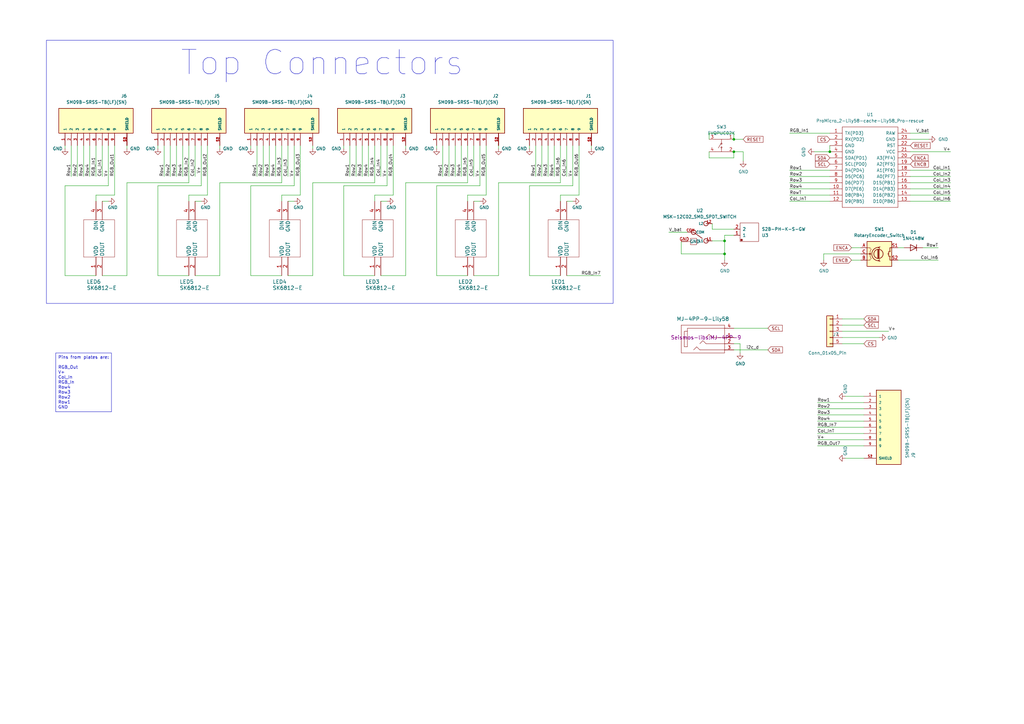
<source format=kicad_sch>
(kicad_sch (version 20230121) (generator eeschema)
  (paper "A3")
  (lib_symbols
    (symbol "Diode:1N4148W" (pin_numbers hide) (pin_names hide)
      (property "Reference" "D" (at 0 2.54 0))
      (property "Value" "1N4148W" (at 0 -2.54 0))
      (symbol "1N4148W_0_1"
        (polyline (pts (xy -1.27 1.27) (xy -1.27 -1.27)) (stroke (width 0.254)))
        (polyline (pts (xy 1.27 0) (xy -1.27 0)))
        (polyline (pts (xy 1.27 1.27) (xy 1.27 -1.27) (xy -1.27 0) (xy 1.27 1.27)) (stroke (width 0.254)))
      )
      (symbol "1N4148W_1_1"
        (pin passive line (at -3.81 0 0) (length 2.54) (name "K") (number "1"))
        (pin passive line (at 3.81 0 180) (length 2.54) (name "A") (number "2"))
      )
    )
    (symbol "Seismos-sym:Conn_01x05" (pin_names (offset 1.016) hide)
      (property "Reference" "J" (at 0 7.62 0))
      (property "Value" "Conn_01x05" (at 0 -7.62 0))
      (symbol "Conn_01x05_1_1"
        (rectangle (start -1.27 -4.953) (end 0 -5.207) (stroke (width 0.1524)))
        (rectangle (start -1.27 -2.413) (end 0 -2.667) (stroke (width 0.1524)))
        (rectangle (start -1.27 0.127) (end 0 -0.127) (stroke (width 0.1524)))
        (rectangle (start -1.27 2.667) (end 0 2.413) (stroke (width 0.1524)))
        (rectangle (start -1.27 5.207) (end 0 4.953) (stroke (width 0.1524)))
        (rectangle (start -1.27 6.35) (end 1.27 -6.35) (stroke (width 0.254)) (fill (type background)))
        (pin passive line (at -5.08 5.08 0) (length 3.81) (name "Pin_1") (number "1"))
        (pin passive line (at -5.08 2.54 0) (length 3.81) (name "Pin_2") (number "2"))
        (pin passive line (at -5.08 0 0) (length 3.81) (name "Pin_3") (number "3"))
        (pin passive line (at -5.08 -2.54 0) (length 3.81) (name "Pin_4") (number "4"))
        (pin passive line (at -5.08 -5.08 0) (length 3.81) (name "Pin_5") (number "5"))
      )
    )
    (symbol "Seismos-sym:EVQPUC02K" (pin_names (offset 1.016) hide)
      (property "Reference" "SW" (at 0 7.747 0))
      (property "Value" "EVQPUC02K" (at 0 12.827 0))
      (symbol "EVQPUC02K_1_1"
        (circle (center 0 -0.762) (radius 0.254) (stroke (width 0.1524)))
        (polyline (pts (xy -2.54 -2.54) (xy 2.54 -2.54)) (stroke (width 0.1524)))
        (polyline (pts (xy -2.54 2.54) (xy 2.54 2.54)) (stroke (width 0.1524)))
        (polyline (pts (xy -1.27 -1.016) (xy -0.254 0.762)) (stroke (width 0.1524)))
        (polyline (pts (xy 0 -2.54) (xy 0 -1.524)) (stroke (width 0.1524)))
        (polyline (pts (xy 0 -1.524) (xy 0 -0.762)) (stroke (width 0.1524)))
        (polyline (pts (xy 0 2.54) (xy 0 0.762)) (stroke (width 0.1524)))
        (circle (center 0 0.762) (radius 0.254) (stroke (width 0.1524)))
        (pin input line (at 5.08 2.54 180) (length 2.54) (name "1") (number "1"))
        (pin input line (at 5.08 -2.54 180) (length 2.54) (name "2") (number "2"))
        (pin input line (at -5.08 2.54 0) (length 2.54) (name "3") (number "3"))
        (pin input line (at -5.08 -2.54 0) (length 2.54) (name "4") (number "4"))
      )
    )
    (symbol "Seismos-sym:MJ-4PP-9-Lily58" (pin_names (offset 1.016))
      (property "Reference" "J" (at -8.89 -7.62 0))
      (property "Value" "MJ-4PP-9-Lily58" (at -3.81 6.35 0))
      (property "Footprint" "Seismos-libs:MJ-4PP-9" (at 0 0 0))
      (symbol "MJ-4PP-9-Lily58_0_1"
        (rectangle (start -7.62 2.54) (end -8.89 -3.81))
        (polyline (pts (xy 2.54 0) (xy 7.62 0)))
        (polyline (pts (xy -2.54 -5.08) (xy 7.62 -5.08) (xy 7.62 -5.08)))
        (polyline (pts (xy 0 -2.54) (xy -1.27 -1.27) (xy -2.54 -2.54)))
        (polyline (pts (xy 0 0) (xy 1.27 1.27) (xy 2.54 0)))
        (polyline (pts (xy 7.62 3.81) (xy -7.62 3.81) (xy -7.62 2.54)))
        (polyline (pts (xy -2.54 -5.08) (xy -3.81 -3.81) (xy -5.08 -5.08) (xy -5.08 -5.08)))
        (polyline (pts (xy 0 -2.54) (xy 7.62 -2.54) (xy 7.62 -2.54) (xy 7.62 -2.54)))
        (rectangle (start 7.62 -6.35) (end -10.16 5.08))
      )
      (symbol "MJ-4PP-9-Lily58_1_1"
        (pin passive line (at 11.43 0 180) (length 3.81) (name "~") (number "1"))
        (pin passive line (at 11.43 -2.54 180) (length 3.81) (name "~") (number "2"))
        (pin passive line (at 11.43 -5.08 180) (length 3.81) (name "~") (number "3"))
        (pin passive line (at 11.43 3.81 180) (length 3.81) (name "~") (number "4"))
      )
    )
    (symbol "Seismos-sym:MSK-12C02_SMD_SPDT_SWITCH" (pin_names (offset 1.016))
      (property "Reference" "U" (at -5.08 7.62 0))
      (property "Value" "MSK-12C02_SMD_SPDT_SWITCH" (at -5.08 -7.62 0))
      (symbol "MSK-12C02_SMD_SPDT_SWITCH_0_0"
        (circle (center -5.08 0) (radius 0.9158) (stroke (width 0.254)))
        (circle (center 0 -3.556) (radius 0.9158) (stroke (width 0.254)))
        (polyline (pts (xy -5.08 0) (xy -1.524 -2.54)) (stroke (width 0.254)))
        (circle (center 0 3.556) (radius 0.9158) (stroke (width 0.254)))
        (pin bidirectional line (at -7.62 0 0) (length 2.54) (name "COM") (number "COM"))
        (pin bidirectional line (at 2.54 -3.556 180) (length 2.54) (name "L1") (number "L1"))
        (pin bidirectional line (at 2.54 3.556 180) (length 2.54) (name "L2") (number "L2"))
      )
      (symbol "MSK-12C02_SMD_SPDT_SWITCH_0_1"
        (rectangle (start -6.35 -2.54) (end -3.81 -5.08))
        (polyline (pts (xy -7.62 -3.81) (xy -6.35 -3.81)))
      )
      (symbol "MSK-12C02_SMD_SPDT_SWITCH_1_1"
        (pin bidirectional line (at -10.16 -3.81 0) (length 2.54) (name "GND") (number "GND"))
      )
    )
    (symbol "Seismos-sym:ProMicro_2-Lily58" (pin_names (offset 1.016))
      (property "Reference" "U" (at 0 17.78 0))
      (property "Value" "ProMicro_2-Lily58" (at 0 -17.78 0))
      (symbol "ProMicro_2-Lily58_0_1"
        (rectangle (start -11.43 16.51) (end 11.43 -16.51))
      )
      (symbol "ProMicro_2-Lily58_1_1"
        (pin bidirectional line (at -16.51 13.97 0) (length 5.08) (name "TX(PD3)") (number "1"))
        (pin input line (at -16.51 -8.89 0) (length 5.08) (name "D7(PE6)") (number "10"))
        (pin input line (at -16.51 -11.43 0) (length 5.08) (name "D8(PB4)") (number "11"))
        (pin input line (at -16.51 -13.97 0) (length 5.08) (name "D9(PB5)") (number "12"))
        (pin input line (at 16.51 -13.97 180) (length 5.08) (name "D10(PB6)") (number "13"))
        (pin input line (at 16.51 -11.43 180) (length 5.08) (name "D16(PB2)") (number "14"))
        (pin input line (at 16.51 -8.89 180) (length 5.08) (name "D14(PB3)") (number "15"))
        (pin input line (at 16.51 -6.35 180) (length 5.08) (name "D15(PB1)") (number "16"))
        (pin input line (at 16.51 -3.81 180) (length 5.08) (name "A0(PF7)") (number "17"))
        (pin input line (at 16.51 -1.27 180) (length 5.08) (name "A1(PF6)") (number "18"))
        (pin input line (at 16.51 1.27 180) (length 5.08) (name "A2(PF5)") (number "19"))
        (pin input line (at -16.51 11.43 0) (length 5.08) (name "RX(PD2)") (number "2"))
        (pin input line (at 16.51 3.81 180) (length 5.08) (name "A3(PF4)") (number "20"))
        (pin input line (at 16.51 6.35 180) (length 5.08) (name "VCC") (number "21"))
        (pin input line (at 16.51 8.89 180) (length 5.08) (name "RST") (number "22"))
        (pin input line (at 16.51 11.43 180) (length 5.08) (name "GND") (number "23"))
        (pin input line (at 16.51 13.97 180) (length 5.08) (name "RAW") (number "24"))
        (pin input line (at -16.51 8.89 0) (length 5.08) (name "GND") (number "3"))
        (pin input line (at -16.51 6.35 0) (length 5.08) (name "GND") (number "4"))
        (pin input line (at -16.51 3.81 0) (length 5.08) (name "SDA(PD1)") (number "5"))
        (pin input line (at -16.51 1.27 0) (length 5.08) (name "SCL(PD0)") (number "6"))
        (pin input line (at -16.51 -1.27 0) (length 5.08) (name "D4(PD4)") (number "7"))
        (pin input line (at -16.51 -3.81 0) (length 5.08) (name "D5(PC6)") (number "8"))
        (pin input line (at -16.51 -6.35 0) (length 5.08) (name "D6(PD7)") (number "9"))
      )
    )
    (symbol "Seismos-sym:RotaryEncoder_Switch" (pin_names (offset 0.254) hide)
      (property "Reference" "SW" (at 0 6.604 0))
      (property "Value" "RotaryEncoder_Switch" (at 0 -6.604 0))
      (symbol "RotaryEncoder_Switch_0_1"
        (rectangle (start -5.08 5.08) (end 5.08 -5.08) (stroke (width 0.254)) (fill (type background)))
        (circle (center -3.81 0) (radius 0.254) (fill (type outline)))
        (circle (center -0.381 0) (radius 1.905) (stroke (width 0.254)))
        (arc (start -0.381 2.667) (mid -3.0988 -0.0635) (end -0.381 -2.794) (stroke (width 0.254)))
        (polyline (pts (xy -0.635 -1.778) (xy -0.635 1.778)) (stroke (width 0.254)))
        (polyline (pts (xy -0.381 -1.778) (xy -0.381 1.778)) (stroke (width 0.254)))
        (polyline (pts (xy -0.127 1.778) (xy -0.127 -1.778)) (stroke (width 0.254)))
        (polyline (pts (xy 3.81 0) (xy 3.429 0)) (stroke (width 0.254)))
        (polyline (pts (xy 3.81 1.016) (xy 3.81 -1.016)) (stroke (width 0.254)))
        (polyline (pts (xy -5.08 -2.54) (xy -3.81 -2.54) (xy -3.81 -2.032)))
        (polyline (pts (xy -5.08 2.54) (xy -3.81 2.54) (xy -3.81 2.032)))
        (polyline (pts (xy 0.254 -3.048) (xy -0.508 -2.794) (xy 0.127 -2.413)) (stroke (width 0.254)))
        (polyline (pts (xy 0.254 2.921) (xy -0.508 2.667) (xy 0.127 2.286)) (stroke (width 0.254)))
        (polyline (pts (xy 5.08 -2.54) (xy 4.318 -2.54) (xy 4.318 -1.016)) (stroke (width 0.254)))
        (polyline (pts (xy 5.08 2.54) (xy 4.318 2.54) (xy 4.318 1.016)) (stroke (width 0.254)))
        (polyline (pts (xy -5.08 0) (xy -3.81 0) (xy -3.81 -1.016) (xy -3.302 -2.032)))
        (polyline (pts (xy -4.318 0) (xy -3.81 0) (xy -3.81 1.016) (xy -3.302 2.032)))
        (circle (center 4.318 -1.016) (radius 0.127) (stroke (width 0.254)))
        (circle (center 4.318 1.016) (radius 0.127) (stroke (width 0.254)))
      )
      (symbol "RotaryEncoder_Switch_1_1"
        (pin passive line (at -7.62 2.54 0) (length 2.54) (name "A") (number "A"))
        (pin passive line (at -7.62 -2.54 0) (length 2.54) (name "B") (number "B"))
        (pin passive line (at -7.62 0 0) (length 2.54) (name "C") (number "C"))
        (pin passive line (at 7.62 2.54 180) (length 2.54) (name "S1") (number "S1"))
        (pin passive line (at 7.62 -2.54 180) (length 2.54) (name "S2") (number "S2"))
      )
    )
    (symbol "Seismos-sym:S2B-PH-K-S-GW" (pin_names (offset 1.016))
      (property "Reference" "U" (at 0 6.35 0))
      (property "Value" "S2B-PH-K-S-GW" (at 0 11.43 0))
      (symbol "S2B-PH-K-S-GW_1_1"
        (rectangle (start -2.54 3.81) (end 5.08 -3.81) (stroke (width 0.1524)))
        (circle (center -1.905 3.175) (radius 0.381) (stroke (width 0.1524)) (fill (type outline)))
        (pin input line (at -5.08 1.27 0) (length 2.54) (name "1") (number "1"))
        (pin input line (at -5.08 -1.27 0) (length 2.54) (name "2") (number "2"))
      )
    )
    (symbol "Seismos-sym:SK6812-E" (pin_names (offset 0.254))
      (property "Reference" "LED" (at 15.24 -10.16 0))
      (property "Value" "SK6812-E" (at 15.24 -12.7 0))
      (symbol "SK6812-E_1_1"
        (polyline (pts (xy 7.62 -7.62) (xy 22.86 -7.62)) (stroke (width 0.127)))
        (polyline (pts (xy 7.62 5.08) (xy 7.62 -7.62)) (stroke (width 0.127)))
        (polyline (pts (xy 22.86 -7.62) (xy 22.86 5.08)) (stroke (width 0.127)))
        (polyline (pts (xy 22.86 5.08) (xy 7.62 5.08)) (stroke (width 0.127)))
        (pin power_in line (at 0 0 0) (length 7.62) (name "VDD") (number "1"))
        (pin output line (at 0 -2.54 0) (length 7.62) (name "DOUT") (number "2"))
        (pin power_out line (at 30.48 -2.54 180) (length 7.62) (name "GND") (number "3"))
        (pin input line (at 30.48 0 180) (length 7.62) (name "DIN") (number "4"))
      )
    )
    (symbol "Seismos-sym:SM09B-SRSS-TB(LF)(SN)" (pin_names (offset 1.016))
      (property "Reference" "J" (at -5.08 16.002 0))
      (property "Value" "SM09B-SRSS-TB(LF)(SN)" (at -5.08 -17.78 0))
      (symbol "SM09B-SRSS-TB(LF)(SN)_0_0"
        (rectangle (start -5.08 -15.24) (end 5.08 15.24) (stroke (width 0.254)) (fill (type background)))
        (pin passive line (at -10.16 12.7 0) (length 5.08) (name "1") (number "1"))
        (pin passive line (at -10.16 10.16 0) (length 5.08) (name "2") (number "2"))
        (pin passive line (at -10.16 7.62 0) (length 5.08) (name "3") (number "3"))
        (pin passive line (at -10.16 5.08 0) (length 5.08) (name "4") (number "4"))
        (pin passive line (at -10.16 2.54 0) (length 5.08) (name "5") (number "5"))
        (pin passive line (at -10.16 0 0) (length 5.08) (name "6") (number "6"))
        (pin passive line (at -10.16 -2.54 0) (length 5.08) (name "7") (number "7"))
        (pin passive line (at -10.16 -5.08 0) (length 5.08) (name "8") (number "8"))
        (pin passive line (at -10.16 -7.62 0) (length 5.08) (name "9") (number "9"))
        (pin passive line (at -10.16 -12.7 0) (length 5.08) (name "SHIELD") (number "S1"))
        (pin passive line (at -10.16 -12.7 0) (length 5.08) (name "SHIELD") (number "S2"))
      )
    )
    (symbol "power:GND" (power) (pin_names (offset 0))
      (property "Value" "GND" (at 0 -3.81 0))
      (symbol "GND_0_1"
        (polyline (pts (xy 0 0) (xy 0 -1.27) (xy 1.27 -1.27) (xy 0 -2.54) (xy -1.27 -1.27) (xy 0 -1.27)))
      )
      (symbol "GND_1_1"
        (pin power_in line (at 0 0 270) (length 0) hide (name "GND") (number "1"))
      )
    )
  )
  (junction (at 340.36 62.23))
  (junction (at 300.99 62.23))
  (junction (at 297.18 98.806))
  (junction (at 300.99 57.15))
  (junction (at 297.18 104.14))
  (wire (pts (xy 41.91 82.55) (xy 44.45 82.55)))
  (wire (pts (xy 373.38 72.39) (xy 389.89 72.39)))
  (wire (pts (xy 179.07 76.2) (xy 179.07 113.03)))
  (wire (pts (xy 166.37 59.69) (xy 166.37 60.96)))
  (wire (pts (xy 29.21 72.39) (xy 29.21 59.69)))
  (wire (pts (xy 110.49 72.39) (xy 110.49 59.69)))
  (wire (pts (xy 85.09 59.69) (xy 85.09 80.01)))
  (wire (pts (xy 179.07 113.03) (xy 191.77 113.03)))
  (wire (pts (xy 297.18 98.806) (xy 297.18 104.14)))
  (wire (pts (xy 232.41 72.39) (xy 232.41 59.69)))
  (wire (pts (xy 140.97 60.96) (xy 140.97 59.69)))
  (wire (pts (xy 237.49 80.01) (xy 229.87 80.01)))
  (wire (pts (xy 128.27 113.03) (xy 128.27 74.93)))
  (wire (pts (xy 153.67 59.69) (xy 153.67 74.93)))
  (wire (pts (xy 300.99 54.61) (xy 300.99 57.15)))
  (wire (pts (xy 323.85 54.61) (xy 340.36 54.61)))
  (wire (pts (xy 300.99 96.52) (xy 297.18 96.52)))
  (wire (pts (xy 140.97 113.03) (xy 153.67 113.03)))
  (wire (pts (xy 303.53 140.97) (xy 303.53 144.78)))
  (wire (pts (xy 323.85 74.93) (xy 340.36 74.93)))
  (wire (pts (xy 297.18 106.68) (xy 297.18 104.14)))
  (wire (pts (xy 118.11 113.03) (xy 128.27 113.03)))
  (wire (pts (xy 80.01 72.39) (xy 80.01 59.69)))
  (wire (pts (xy 64.77 113.03) (xy 77.47 113.03)))
  (wire (pts (xy 189.23 72.39) (xy 189.23 59.69)))
  (wire (pts (xy 345.44 133.35) (xy 354.33 133.35)))
  (wire (pts (xy 191.77 80.01) (xy 191.77 82.55)))
  (wire (pts (xy 115.57 80.01) (xy 115.57 82.55)))
  (wire (pts (xy 41.91 72.39) (xy 41.91 59.69)))
  (wire (pts (xy 373.38 54.61) (xy 381 54.61)))
  (wire (pts (xy 69.85 72.39) (xy 69.85 59.69)))
  (wire (pts (xy 194.31 72.39) (xy 194.31 59.69)))
  (wire (pts (xy 335.28 167.64) (xy 354.33 167.64)))
  (wire (pts (xy 179.07 60.96) (xy 179.07 59.69)))
  (wire (pts (xy 204.47 74.93) (xy 229.87 74.93)))
  (wire (pts (xy 153.67 80.01) (xy 153.67 82.55)))
  (wire (pts (xy 292.1 98.806) (xy 297.18 98.806)))
  (wire (pts (xy 323.85 80.01) (xy 340.36 80.01)))
  (wire (pts (xy 41.91 113.03) (xy 52.07 113.03)))
  (wire (pts (xy 337.82 104.14) (xy 337.82 106.68)))
  (wire (pts (xy 156.21 113.03) (xy 166.37 113.03)))
  (wire (pts (xy 304.8 66.04) (xy 304.8 62.23)))
  (wire (pts (xy 335.28 180.34) (xy 354.33 180.34)))
  (wire (pts (xy 107.95 72.39) (xy 107.95 59.69)))
  (wire (pts (xy 26.67 60.96) (xy 26.67 59.69)))
  (wire (pts (xy 148.59 72.39) (xy 148.59 59.69)))
  (wire (pts (xy 52.07 74.93) (xy 77.47 74.93)))
  (wire (pts (xy 290.83 62.23) (xy 290.83 64.77)))
  (wire (pts (xy 237.49 59.69) (xy 237.49 80.01)))
  (wire (pts (xy 90.17 74.93) (xy 115.57 74.93)))
  (wire (pts (xy 349.25 101.6) (xy 353.06 101.6)))
  (wire (pts (xy 123.19 80.01) (xy 115.57 80.01)))
  (wire (pts (xy 232.41 82.55) (xy 234.95 82.55)))
  (wire (pts (xy 39.37 80.01) (xy 39.37 82.55)))
  (wire (pts (xy 143.51 72.39) (xy 143.51 59.69)))
  (wire (pts (xy 80.01 113.03) (xy 90.17 113.03)))
  (wire (pts (xy 234.95 59.69) (xy 234.95 76.2)))
  (wire (pts (xy 64.77 76.2) (xy 64.77 113.03)))
  (wire (pts (xy 123.19 59.69) (xy 123.19 80.01)))
  (wire (pts (xy 290.83 54.61) (xy 300.99 54.61)))
  (wire (pts (xy 158.75 76.2) (xy 140.97 76.2)))
  (wire (pts (xy 300.99 134.62) (xy 314.96 134.62)))
  (wire (pts (xy 232.41 113.03) (xy 246.38 113.03)))
  (wire (pts (xy 242.57 59.69) (xy 242.57 60.96)))
  (wire (pts (xy 118.11 82.55) (xy 120.65 82.55)))
  (wire (pts (xy 90.17 113.03) (xy 90.17 74.93)))
  (wire (pts (xy 300.99 140.97) (xy 303.53 140.97)))
  (wire (pts (xy 300.99 64.77) (xy 300.99 62.23)))
  (wire (pts (xy 120.65 76.2) (xy 102.87 76.2)))
  (wire (pts (xy 118.11 72.39) (xy 118.11 59.69)))
  (wire (pts (xy 297.18 96.52) (xy 297.18 98.806)))
  (wire (pts (xy 373.38 69.85) (xy 389.89 69.85)))
  (wire (pts (xy 345.44 138.43) (xy 360.68 138.43)))
  (wire (pts (xy 199.39 80.01) (xy 191.77 80.01)))
  (wire (pts (xy 77.47 59.69) (xy 77.47 74.93)))
  (wire (pts (xy 191.77 59.69) (xy 191.77 74.93)))
  (wire (pts (xy 373.38 80.01) (xy 389.89 80.01)))
  (wire (pts (xy 217.17 113.03) (xy 229.87 113.03)))
  (wire (pts (xy 72.39 72.39) (xy 72.39 59.69)))
  (wire (pts (xy 140.97 76.2) (xy 140.97 113.03)))
  (wire (pts (xy 323.85 77.47) (xy 340.36 77.47)))
  (wire (pts (xy 102.87 76.2) (xy 102.87 113.03)))
  (wire (pts (xy 44.45 76.2) (xy 26.67 76.2)))
  (wire (pts (xy 292.1 93.98) (xy 300.99 93.98)))
  (wire (pts (xy 335.28 182.88) (xy 354.33 182.88)))
  (wire (pts (xy 196.85 76.2) (xy 179.07 76.2)))
  (wire (pts (xy 227.33 72.39) (xy 227.33 59.69)))
  (wire (pts (xy 378.46 101.6) (xy 384.81 101.6)))
  (wire (pts (xy 52.07 59.69) (xy 52.07 60.96)))
  (wire (pts (xy 234.95 76.2) (xy 217.17 76.2)))
  (wire (pts (xy 161.29 59.69) (xy 161.29 80.01)))
  (wire (pts (xy 335.28 177.8) (xy 354.33 177.8)))
  (wire (pts (xy 335.28 175.26) (xy 354.33 175.26)))
  (wire (pts (xy 219.71 72.39) (xy 219.71 59.69)))
  (wire (pts (xy 335.28 170.18) (xy 354.33 170.18)))
  (wire (pts (xy 373.38 77.47) (xy 389.89 77.47)))
  (wire (pts (xy 229.87 59.69) (xy 229.87 74.93)))
  (wire (pts (xy 340.36 62.23) (xy 334.01 62.23)))
  (wire (pts (xy 44.45 59.69) (xy 44.45 76.2)))
  (wire (pts (xy 229.87 80.01) (xy 229.87 82.55)))
  (wire (pts (xy 290.83 57.15) (xy 290.83 54.61)))
  (wire (pts (xy 204.47 59.69) (xy 204.47 60.96)))
  (wire (pts (xy 31.75 72.39) (xy 31.75 59.69)))
  (wire (pts (xy 82.55 76.2) (xy 64.77 76.2)))
  (wire (pts (xy 52.07 113.03) (xy 52.07 74.93)))
  (wire (pts (xy 158.75 59.69) (xy 158.75 76.2)))
  (wire (pts (xy 166.37 74.93) (xy 191.77 74.93)))
  (wire (pts (xy 74.93 72.39) (xy 74.93 59.69)))
  (wire (pts (xy 34.29 72.39) (xy 34.29 59.69)))
  (wire (pts (xy 181.61 72.39) (xy 181.61 59.69)))
  (wire (pts (xy 156.21 72.39) (xy 156.21 59.69)))
  (wire (pts (xy 120.65 59.69) (xy 120.65 76.2)))
  (wire (pts (xy 279.4 104.14) (xy 297.18 104.14)))
  (wire (pts (xy 217.17 60.96) (xy 217.17 59.69)))
  (wire (pts (xy 36.83 72.39) (xy 36.83 59.69)))
  (wire (pts (xy 373.38 57.15) (xy 381 57.15)))
  (wire (pts (xy 26.67 76.2) (xy 26.67 113.03)))
  (wire (pts (xy 196.85 59.69) (xy 196.85 76.2)))
  (wire (pts (xy 373.38 74.93) (xy 389.89 74.93)))
  (wire (pts (xy 151.13 72.39) (xy 151.13 59.69)))
  (wire (pts (xy 39.37 59.69) (xy 39.37 72.39)))
  (wire (pts (xy 82.55 59.69) (xy 82.55 76.2)))
  (wire (pts (xy 335.28 172.72) (xy 354.33 172.72)))
  (wire (pts (xy 300.99 57.15) (xy 304.8 57.15)))
  (wire (pts (xy 373.38 82.55) (xy 389.89 82.55)))
  (wire (pts (xy 186.69 72.39) (xy 186.69 59.69)))
  (wire (pts (xy 323.85 82.55) (xy 340.36 82.55)))
  (wire (pts (xy 166.37 113.03) (xy 166.37 74.93)))
  (wire (pts (xy 217.17 76.2) (xy 217.17 113.03)))
  (wire (pts (xy 346.71 187.96) (xy 354.33 187.96)))
  (wire (pts (xy 300.99 143.51) (xy 314.96 143.51)))
  (wire (pts (xy 204.47 113.03) (xy 204.47 74.93)))
  (wire (pts (xy 368.3 101.6) (xy 370.84 101.6)))
  (wire (pts (xy 102.87 60.96) (xy 102.87 59.69)))
  (wire (pts (xy 184.15 72.39) (xy 184.15 59.69)))
  (wire (pts (xy 274.32 95.25) (xy 281.94 95.25)))
  (wire (pts (xy 194.31 113.03) (xy 204.47 113.03)))
  (wire (pts (xy 67.31 72.39) (xy 67.31 59.69)))
  (wire (pts (xy 128.27 74.93) (xy 153.67 74.93)))
  (wire (pts (xy 146.05 72.39) (xy 146.05 59.69)))
  (wire (pts (xy 368.3 106.68) (xy 384.81 106.68)))
  (wire (pts (xy 46.99 59.69) (xy 46.99 80.01)))
  (wire (pts (xy 323.85 69.85) (xy 340.36 69.85)))
  (wire (pts (xy 90.17 59.69) (xy 90.17 60.96)))
  (wire (pts (xy 80.01 82.55) (xy 82.55 82.55)))
  (wire (pts (xy 85.09 80.01) (xy 77.47 80.01)))
  (wire (pts (xy 292.1 93.98) (xy 292.1 91.694)))
  (wire (pts (xy 353.06 104.14) (xy 337.82 104.14)))
  (wire (pts (xy 115.57 59.69) (xy 115.57 74.93)))
  (wire (pts (xy 199.39 59.69) (xy 199.39 80.01)))
  (wire (pts (xy 128.27 59.69) (xy 128.27 60.96)))
  (wire (pts (xy 345.44 130.81) (xy 354.33 130.81)))
  (wire (pts (xy 26.67 113.03) (xy 39.37 113.03)))
  (wire (pts (xy 194.31 82.55) (xy 196.85 82.55)))
  (wire (pts (xy 373.38 62.23) (xy 389.89 62.23)))
  (wire (pts (xy 304.8 62.23) (xy 300.99 62.23)))
  (wire (pts (xy 346.71 162.56) (xy 354.33 162.56)))
  (wire (pts (xy 340.36 59.69) (xy 340.36 62.23)))
  (wire (pts (xy 224.79 72.39) (xy 224.79 59.69)))
  (wire (pts (xy 77.47 80.01) (xy 77.47 82.55)))
  (wire (pts (xy 64.77 60.96) (xy 64.77 59.69)))
  (wire (pts (xy 349.25 106.68) (xy 353.06 106.68)))
  (wire (pts (xy 345.44 135.89) (xy 364.49 135.89)))
  (wire (pts (xy 279.4 99.06) (xy 279.4 104.14)))
  (wire (pts (xy 222.25 72.39) (xy 222.25 59.69)))
  (wire (pts (xy 335.28 165.1) (xy 354.33 165.1)))
  (wire (pts (xy 102.87 113.03) (xy 115.57 113.03)))
  (wire (pts (xy 156.21 82.55) (xy 158.75 82.55)))
  (wire (pts (xy 345.44 140.97) (xy 354.33 140.97)))
  (wire (pts (xy 46.99 80.01) (xy 39.37 80.01)))
  (wire (pts (xy 113.03 72.39) (xy 113.03 59.69)))
  (wire (pts (xy 105.41 72.39) (xy 105.41 59.69)))
  (wire (pts (xy 323.85 72.39) (xy 340.36 72.39)))
  (wire (pts (xy 290.83 64.77) (xy 300.99 64.77)))
  (wire (pts (xy 161.29 80.01) (xy 153.67 80.01)))
  (rectangle (start 19.05 16.51) (end 251.46 124.46))
  (text_box "Pins from plates are:\n\nRGB_Out\nV+\nCol_In\nRGB_In\nRow4\nRow3\nRow2\nRow1\nGND" (at 22.86 144.78 0) (size 22.86 24.13) (effects (font (size 1.27 1.27)) (justify left top)))
  (text "Top Connectors" (at 73.66 31.75 0) (effects (font (size 10 10)) (justify left bottom)))
  (label "Row3" (at 224.79 72.39 90))
  (label "Row3" (at 72.39 72.39 90))
  (label "Row1" (at 29.21 72.39 90))
  (label "RGB_In3" (at 115.57 72.39 90))
  (label "RGB_Out5" (at 199.39 72.39 90))
  (label "Col_In2" (at 80.01 72.39 90))
  (label "V+" (at 44.45 72.39 90))
  (label "RGB_Out3" (at 123.19 72.39 90))
  (label "V+" (at 120.65 72.39 90))
  (label "Col_In3" (at 389.89 74.93 180))
  (label "Row2" (at 323.85 72.39 0))
  (label "V_bat" (at 381 54.61 180))
  (label "Col_In2" (at 389.89 72.39 180))
  (label "RGB_Out4" (at 161.29 72.39 90))
  (label "Row1" (at 219.71 72.39 90))
  (label "V+" (at 82.55 71.12 90))
  (label "RGB_Out6" (at 237.49 72.39 90))
  (label "Col_In6" (at 389.89 82.55 180))
  (label "Row2" (at 107.95 72.39 90))
  (label "Col_In1" (at 389.89 69.85 180))
  (label "RGB_In1" (at 323.85 54.61 0))
  (label "Row3" (at 186.69 72.39 90))
  (label "V+" (at 196.85 72.39 90))
  (label "Row1" (at 67.31 72.39 90))
  (label "Row4" (at 151.13 72.39 90))
  (label "Col_In6" (at 384.81 106.68 180))
  (label "V_bat" (at 274.32 95.25 0))
  (label "Col_InT" (at 323.85 82.55 0))
  (label "Col_InT" (at 335.28 177.8 0))
  (label "V+" (at 335.28 180.34 0))
  (label "RGB_Out1" (at 46.99 72.39 90))
  (label "i2c_d" (at 306.07 143.51 0))
  (label "Row4" (at 323.85 77.47 0))
  (label "Row1" (at 323.85 69.85 0))
  (label "Row4" (at 227.33 72.39 90))
  (label "Row4" (at 36.83 72.39 90))
  (label "Row2" (at 69.85 72.39 90))
  (label "Row1" (at 143.51 72.39 90))
  (label "V+" (at 234.95 72.39 90))
  (label "Row2" (at 31.75 72.39 90))
  (label "Row4" (at 189.23 72.39 90))
  (label "Row2" (at 222.25 72.39 90))
  (label "Col_In6" (at 232.41 72.39 90))
  (label "Row3" (at 148.59 72.39 90))
  (label "Row4" (at 74.93 72.39 90))
  (label "Row2" (at 146.05 72.39 90))
  (label "Col_In1" (at 41.91 72.39 90))
  (label "Row2" (at 335.28 167.64 0))
  (label "RGB_In4" (at 153.67 72.39 90))
  (label "RowT" (at 384.81 101.6 180))
  (label "Col_In3" (at 118.11 72.39 90))
  (label "V+" (at 364.49 135.89 0))
  (label "RGB_In7" (at 335.28 175.26 0))
  (label "Row3" (at 110.49 72.39 90))
  (label "Row4" (at 335.28 172.72 0))
  (label "RGB_In6" (at 229.87 72.39 90))
  (label "RGB_Out7" (at 335.28 182.88 0))
  (label "RGB_In5" (at 191.77 72.39 90))
  (label "Row1" (at 335.28 165.1 0))
  (label "RowT" (at 323.85 80.01 0))
  (label "RGB_In1" (at 39.37 72.39 90))
  (label "Row3" (at 335.28 170.18 0))
  (label "Row3" (at 34.29 72.39 90))
  (label "V+" (at 389.89 62.23 180))
  (label "V+" (at 158.75 72.39 90))
  (label "RGB_In7" (at 246.38 113.03 180))
  (label "Row1" (at 181.61 72.39 90))
  (label "Row2" (at 184.15 72.39 90))
  (label "Col_In4" (at 156.21 72.39 90))
  (label "Row1" (at 105.41 72.39 90))
  (label "RGB_In2" (at 77.47 72.39 90))
  (label "Row4" (at 113.03 72.39 90))
  (label "Row3" (at 323.85 74.93 0))
  (label "RGB_Out2" (at 85.09 72.39 90))
  (label "Col_In5" (at 194.31 72.39 90))
  (label "Col_In4" (at 389.89 77.47 180))
  (label "Col_In5" (at 389.89 80.01 180))
  (global_label "CS" (shape input) (at 340.36 57.15 180) (property "Intersheetrefs" "${INTERSHEET_REFS}" (effects hide)))
  (global_label "SDA" (shape input) (at 354.33 130.81 0) (property "Intersheetrefs" "${INTERSHEET_REFS}" (effects hide)))
  (global_label "SDA" (shape input) (at 340.36 64.77 180) (property "Intersheetrefs" "${INTERSHEET_REFS}" (effects hide)))
  (global_label "ENCA" (shape input) (at 373.38 64.77 0) (property "Intersheetrefs" "${INTERSHEET_REFS}" (effects hide)))
  (global_label "RESET" (shape input) (at 373.38 59.69 0) (property "Intersheetrefs" "${INTERSHEET_REFS}" (effects hide)))
  (global_label "SCL" (shape input) (at 314.96 134.62 0) (property "Intersheetrefs" "${INTERSHEET_REFS}" (effects hide)))
  (global_label "ENCB" (shape input) (at 373.38 67.31 0) (property "Intersheetrefs" "${INTERSHEET_REFS}" (effects hide)))
  (global_label "RESET" (shape input) (at 304.8 57.15 0) (property "Intersheetrefs" "${INTERSHEET_REFS}" (effects hide)))
  (global_label "ENCB" (shape input) (at 349.25 106.68 180) (property "Intersheetrefs" "${INTERSHEET_REFS}" (effects hide)))
  (global_label "SDA" (shape input) (at 314.96 143.51 0) (property "Intersheetrefs" "${INTERSHEET_REFS}" (effects hide)))
  (global_label "ENCA" (shape input) (at 349.25 101.6 180) (property "Intersheetrefs" "${INTERSHEET_REFS}" (effects hide)))
  (global_label "SCL" (shape input) (at 354.33 133.35 0) (property "Intersheetrefs" "${INTERSHEET_REFS}" (effects hide)))
  (global_label "SCL" (shape input) (at 340.36 67.31 180) (property "Intersheetrefs" "${INTERSHEET_REFS}" (effects hide)))
  (global_label "CS" (shape input) (at 354.33 140.97 0) (property "Intersheetrefs" "${INTERSHEET_REFS}" (effects hide)))
  (symbol (lib_id "Seismos-sym:SM09B-SRSS-TB(LF)(SN)") (at 229.87 49.53 90) (unit 1)
    (property "Reference" "J1" (at 242.57 39.37 90) (effects (justify left)))
    (property "Value" "SM09B-SRSS-TB(LF)(SN)" (at 242.57 41.91 90) (effects (justify left)))
    (property "Footprint" "Seismos-libs:JST_SM09B-SRSS-TB(LF)(SN)" (effects hide))
    (property "PARTREV" "1.0" (effects hide))
    (property "MANUFACTURER" "Manufacturer_name" (effects hide))
    (property "STANDARD" "Manufacturer Recommendations" (effects hide))
  )
  (symbol (lib_id "power:GND") (at 52.07 60.96 0) (unit 1)
    (property "Reference" "#PWR02" (effects hide))
    (property "Value" "GND" (at 53.34 60.96 0) (effects (justify left)))
  )
  (symbol (lib_id "Seismos-sym:RotaryEncoder_Switch") (at 360.68 104.14 0) (unit 1)
    (property "Reference" "SW1" (at 360.68 93.98 0))
    (property "Value" "RotaryEncoder_Switch" (at 360.68 96.52 0))
    (property "Footprint" "Seismos-libs:RotaryEncoder_Alps_EC11E-Switch_Vertical_H20mm-keebio_modified" (effects hide))
  )
  (symbol (lib_id "power:GND") (at 242.57 60.96 0) (unit 1)
    (property "Reference" "#PWR028" (effects hide))
    (property "Value" "GND" (at 243.84 60.96 0) (effects (justify left)))
  )
  (symbol (lib_id "power:GND") (at 44.45 82.55 90) (unit 1)
    (property "Reference" "#PWR021" (effects hide))
    (property "Value" "GND" (at 48.26 85.09 90) (effects (justify left)))
  )
  (symbol (lib_id "Seismos-sym:SK6812-E") (at 77.47 113.03 90) (unit 1)
    (property "Reference" "LED5" (at 73.66 115.57 90) (effects (font (size 1.524 1.524)) (justify right)))
    (property "Value" "SK6812-E" (at 73.66 118.11 90) (effects (font (size 1.524 1.524)) (justify right)))
    (property "Footprint" "Seismos-libs:SK6812-E" (effects hide))
  )
  (symbol (lib_id "Seismos-sym:EVQPUC02K") (at 295.91 59.69 0) (unit 1)
    (property "Reference" "SW3" (at 295.91 52.07 0))
    (property "Value" "EVQPUC02K" (at 295.91 54.61 0))
    (property "Footprint" "Seismos-libs:SW-SMD_EVQPUD02K" (effects hide))
    (property "Datasheet" "http://www.szlcsc.com/product/details_80311.html" (effects hide))
    (property "SuppliersPartNumber" "C79174" (effects hide))
    (property "uuid" "std:89571b53ad64408584c96bcda364818c" (effects hide))
  )
  (symbol (lib_id "Seismos-sym:SK6812-E") (at 191.77 113.03 90) (unit 1)
    (property "Reference" "LED2" (at 187.96 115.57 90) (effects (font (size 1.524 1.524)) (justify right)))
    (property "Value" "SK6812-E" (at 187.96 118.11 90) (effects (font (size 1.524 1.524)) (justify right)))
    (property "Footprint" "Seismos-libs:SK6812-E" (effects hide))
  )
  (symbol (lib_id "Seismos-sym:SM09B-SRSS-TB(LF)(SN)") (at 191.77 49.53 90) (unit 1)
    (property "Reference" "J2" (at 204.47 39.37 90) (effects (justify left)))
    (property "Value" "SM09B-SRSS-TB(LF)(SN)" (at 204.47 41.91 90) (effects (justify left)))
    (property "Footprint" "Seismos-libs:JST_SM09B-SRSS-TB(LF)(SN)" (effects hide))
    (property "PARTREV" "1.0" (effects hide))
    (property "MANUFACTURER" "Manufacturer_name" (effects hide))
    (property "STANDARD" "Manufacturer Recommendations" (effects hide))
  )
  (symbol (lib_id "Seismos-sym:SM09B-SRSS-TB(LF)(SN)") (at 115.57 49.53 90) (unit 1)
    (property "Reference" "J4" (at 128.27 39.37 90) (effects (justify left)))
    (property "Value" "SM09B-SRSS-TB(LF)(SN)" (at 128.27 41.91 90) (effects (justify left)))
    (property "Footprint" "Seismos-libs:JST_SM09B-SRSS-TB(LF)(SN)" (effects hide))
    (property "PARTREV" "1.0" (effects hide))
    (property "MANUFACTURER" "Manufacturer_name" (effects hide))
    (property "STANDARD" "Manufacturer Recommendations" (effects hide))
  )
  (symbol (lib_id "Seismos-sym:SK6812-E") (at 229.87 113.03 90) (unit 1)
    (property "Reference" "LED1" (at 226.06 115.57 90) (effects (font (size 1.524 1.524)) (justify right)))
    (property "Value" "SK6812-E" (at 226.06 118.11 90) (effects (font (size 1.524 1.524)) (justify right)))
    (property "Footprint" "Seismos-libs:SK6812-E" (effects hide))
  )
  (symbol (lib_id "Seismos-sym:SM09B-SRSS-TB(LF)(SN)") (at 39.37 49.53 90) (unit 1)
    (property "Reference" "J6" (at 52.07 39.37 90) (effects (justify left)))
    (property "Value" "SM09B-SRSS-TB(LF)(SN)" (at 52.07 41.91 90) (effects (justify left)))
    (property "Footprint" "Seismos-libs:JST_SM09B-SRSS-TB(LF)(SN)" (effects hide))
    (property "PARTREV" "1.0" (effects hide))
    (property "MANUFACTURER" "Manufacturer_name" (effects hide))
    (property "STANDARD" "Manufacturer Recommendations" (effects hide))
  )
  (symbol (lib_id "Diode:1N4148W") (at 374.65 101.6 180) (unit 1)
    (property "Reference" "D1" (at 374.65 95.25 0))
    (property "Value" "1N4148W" (at 374.65 97.79 0))
    (property "Footprint" "Diode_SMD:D_SOD-123" (effects hide))
    (property "Datasheet" "https://www.vishay.com/docs/85748/1n4148w.pdf" (effects hide))
    (property "Sim.Device" "D" (effects hide))
    (property "Sim.Pins" "1=K 2=A" (effects hide))
  )
  (symbol (lib_id "Seismos-sym:SK6812-E") (at 153.67 113.03 90) (unit 1)
    (property "Reference" "LED3" (at 149.86 115.57 90) (effects (font (size 1.524 1.524)) (justify right)))
    (property "Value" "SK6812-E" (at 149.86 118.11 90) (effects (font (size 1.524 1.524)) (justify right)))
    (property "Footprint" "Seismos-libs:SK6812-E" (effects hide))
  )
  (symbol (lib_id "power:GND") (at 204.47 60.96 0) (unit 1)
    (property "Reference" "#PWR024" (effects hide))
    (property "Value" "GND" (at 205.74 60.96 0) (effects (justify left)))
  )
  (symbol (lib_id "power:GND") (at 303.53 144.78 0) (unit 1)
    (property "Reference" "#PWR015" (effects hide))
    (property "Value" "GND" (at 303.657 149.1742 0))
  )
  (symbol (lib_id "power:GND") (at 26.67 60.96 0) (unit 1)
    (property "Reference" "#PWR029" (effects hide))
    (property "Value" "GND" (at 21.59 60.96 0) (effects (justify left)))
  )
  (symbol (lib_id "power:GND") (at 234.95 82.55 90) (unit 1)
    (property "Reference" "#PWR027" (effects hide))
    (property "Value" "GND" (at 238.76 85.09 90) (effects (justify left)))
  )
  (symbol (lib_id "power:GND") (at 337.82 106.68 0) (unit 1)
    (property "Reference" "#PWR017" (effects hide))
    (property "Value" "GND" (at 337.947 111.0742 0))
  )
  (symbol (lib_id "Seismos-sym:ProMicro_2-Lily58") (at 356.87 68.58 0) (unit 1)
    (property "Reference" "U1" (at 356.87 46.99 0))
    (property "Value" "ProMicro_2-Lily58-cache-Lily58_Pro-rescue" (at 356.87 49.53 0))
    (property "Footprint" "keyboard_reversible:ProMicro" (effects hide))
  )
  (symbol (lib_id "Seismos-sym:S2B-PH-K-S-GW") (at 306.07 95.25 0) (mirror x) (unit 1)
    (property "Reference" "U3" (at 312.42 96.52 0) (effects (justify left)))
    (property "Value" "S2B-PH-K-S-GW" (at 312.42 93.98 0) (effects (justify left)))
    (property "Footprint" "Seismos-libs:CONN-TH_S2B-PH-K-S-GW" (effects hide))
    (property "Datasheet" "http://www.szlcsc.com/product/details_169280.html" (effects hide))
    (property "SuppliersPartNumber" "C157932" (effects hide))
    (property "uuid" "std:142e468e0eff4c74b82a90663b738815" (effects hide))
  )
  (symbol (lib_id "power:GND") (at 128.27 60.96 0) (unit 1)
    (property "Reference" "#PWR08" (effects hide))
    (property "Value" "GND" (at 129.54 60.96 0) (effects (justify left)))
  )
  (symbol (lib_id "Seismos-sym:SK6812-E") (at 39.37 113.03 90) (unit 1)
    (property "Reference" "LED6" (at 35.56 115.57 90) (effects (font (size 1.524 1.524)) (justify right)))
    (property "Value" "SK6812-E" (at 35.56 118.11 90) (effects (font (size 1.524 1.524)) (justify right)))
    (property "Footprint" "Seismos-libs:SK6812-E" (effects hide))
  )
  (symbol (lib_id "power:GND") (at 346.71 162.56 270) (unit 1)
    (property "Reference" "#PWR016" (effects hide))
    (property "Value" "GND" (at 346.71 157.48 0) (effects (justify left)))
  )
  (symbol (lib_id "Seismos-sym:SK6812-E") (at 115.57 113.03 90) (unit 1)
    (property "Reference" "LED4" (at 111.76 115.57 90) (effects (font (size 1.524 1.524)) (justify right)))
    (property "Value" "SK6812-E" (at 111.76 118.11 90) (effects (font (size 1.524 1.524)) (justify right)))
    (property "Footprint" "Seismos-libs:SK6812-E" (effects hide))
  )
  (symbol (lib_id "power:GND") (at 360.68 138.43 90) (mirror x) (unit 1)
    (property "Reference" "#PWR013" (effects hide))
    (property "Value" "GND" (at 363.9312 138.557 90) (effects (justify right)))
  )
  (symbol (lib_id "Seismos-sym:SM09B-SRSS-TB(LF)(SN)") (at 364.49 175.26 0) (unit 1)
    (property "Reference" "J9" (at 374.65 187.96 90) (effects (justify left)))
    (property "Value" "SM09B-SRSS-TB(LF)(SN)" (at 372.11 187.96 90) (effects (justify left)))
    (property "Footprint" "Seismos-libs:JST_SM09B-SRSS-TB(LF)(SN)" (effects hide))
    (property "PARTREV" "1.0" (effects hide))
    (property "MANUFACTURER" "Manufacturer_name" (effects hide))
    (property "STANDARD" "Manufacturer Recommendations" (effects hide))
  )
  (symbol (lib_id "power:GND") (at 381 57.15 90) (unit 1)
    (property "Reference" "#PWR014" (effects hide))
    (property "Value" "GND" (at 384.81 57.15 90) (effects (justify right)))
  )
  (symbol (lib_id "power:GND") (at 166.37 60.96 0) (unit 1)
    (property "Reference" "#PWR011" (effects hide))
    (property "Value" "GND" (at 167.64 60.96 0) (effects (justify left)))
  )
  (symbol (lib_id "power:GND") (at 297.18 106.68 0) (unit 1)
    (property "Reference" "#PWR09" (effects hide))
    (property "Value" "GND" (at 297.307 111.0742 0))
  )
  (symbol (lib_id "power:GND") (at 346.71 187.96 270) (unit 1)
    (property "Reference" "#PWR018" (effects hide))
    (property "Value" "GND" (at 346.71 182.88 0) (effects (justify left)))
  )
  (symbol (lib_id "power:GND") (at 217.17 60.96 0) (unit 1)
    (property "Reference" "#PWR031" (effects hide))
    (property "Value" "GND" (at 212.09 60.96 0) (effects (justify left)))
  )
  (symbol (lib_id "power:GND") (at 196.85 82.55 90) (unit 1)
    (property "Reference" "#PWR022" (effects hide))
    (property "Value" "GND" (at 200.66 85.09 90) (effects (justify left)))
  )
  (symbol (lib_id "power:GND") (at 158.75 82.55 90) (unit 1)
    (property "Reference" "#PWR010" (effects hide))
    (property "Value" "GND" (at 162.56 85.09 90) (effects (justify left)))
  )
  (symbol (lib_id "Seismos-sym:SM09B-SRSS-TB(LF)(SN)") (at 153.67 49.53 90) (unit 1)
    (property "Reference" "J3" (at 166.37 39.37 90) (effects (justify left)))
    (property "Value" "SM09B-SRSS-TB(LF)(SN)" (at 166.37 41.91 90) (effects (justify left)))
    (property "Footprint" "Seismos-libs:JST_SM09B-SRSS-TB(LF)(SN)" (effects hide))
    (property "PARTREV" "1.0" (effects hide))
    (property "MANUFACTURER" "Manufacturer_name" (effects hide))
    (property "STANDARD" "Manufacturer Recommendations" (effects hide))
  )
  (symbol (lib_id "power:GND") (at 64.77 60.96 0) (unit 1)
    (property "Reference" "#PWR01" (effects hide))
    (property "Value" "GND" (at 59.69 60.96 0) (effects (justify left)))
  )
  (symbol (lib_id "power:GND") (at 82.55 82.55 90) (unit 1)
    (property "Reference" "#PWR04" (effects hide))
    (property "Value" "GND" (at 86.36 85.09 90) (effects (justify left)))
  )
  (symbol (lib_id "Seismos-sym:MJ-4PP-9-Lily58") (at 289.56 138.43 0) (unit 1)
    (property "Reference" "J8" (effects hide))
    (property "Value" "MJ-4PP-9-Lily58" (at 288.29 130.81 0) (effects (font (size 1.524 1.524))))
    (property "Footprint" "Seismos-libs:MJ-4PP-9" (at 289.56 138.43 0) (effects (font (size 1.524 1.524))))
  )
  (symbol (lib_id "power:GND") (at 140.97 60.96 0) (unit 1)
    (property "Reference" "#PWR06" (effects hide))
    (property "Value" "GND" (at 135.89 60.96 0) (effects (justify left)))
  )
  (symbol (lib_id "Seismos-sym:MSK-12C02_SMD_SPDT_SWITCH") (at 289.56 95.25 0) (unit 1)
    (property "Reference" "U2" (at 287.02 86.36 0))
    (property "Value" "MSK-12C02_SMD_SPDT_SWITCH" (at 287.02 88.9 0))
    (property "Footprint" "Seismos-libs:SW_PCM12SMTR" (effects hide))
  )
  (symbol (lib_id "power:GND") (at 304.8 66.04 0) (unit 1)
    (property "Reference" "#PWR012" (effects hide))
    (property "Value" "GND" (at 304.927 70.4342 0))
  )
  (symbol (lib_id "power:GND") (at 102.87 60.96 0) (unit 1)
    (property "Reference" "#PWR03" (effects hide))
    (property "Value" "GND" (at 97.79 60.96 0) (effects (justify left)))
  )
  (symbol (lib_id "power:GND") (at 179.07 60.96 0) (unit 1)
    (property "Reference" "#PWR030" (effects hide))
    (property "Value" "GND" (at 173.99 60.96 0) (effects (justify left)))
  )
  (symbol (lib_id "power:GND") (at 90.17 60.96 0) (unit 1)
    (property "Reference" "#PWR05" (effects hide))
    (property "Value" "GND" (at 91.44 60.96 0) (effects (justify left)))
  )
  (symbol (lib_id "power:GND") (at 334.01 62.23 270) (unit 1)
    (property "Reference" "#PWR019" (effects hide))
    (property "Value" "GND" (at 329.6158 62.357 0))
  )
  (symbol (lib_id "Seismos-sym:Conn_01x05") (at 340.36 135.89 0) (mirror y) (unit 1)
    (property "Reference" "J7" (at 341.63 137.16 0) (effects (justify right)))
    (property "Value" "Conn_01x05_Pin" (at 331.47 144.78 0) (effects (justify right)))
    (property "Footprint" "Connector_PinHeader_2.54mm:PinHeader_1x05_P2.54mm_Vertical" (effects hide))
  )
  (symbol (lib_id "Seismos-sym:SM09B-SRSS-TB(LF)(SN)") (at 77.47 49.53 90) (unit 1)
    (property "Reference" "J5" (at 90.17 39.37 90) (effects (justify left)))
    (property "Value" "SM09B-SRSS-TB(LF)(SN)" (at 90.17 41.91 90) (effects (justify left)))
    (property "Footprint" "Seismos-libs:JST_SM09B-SRSS-TB(LF)(SN)" (effects hide))
    (property "PARTREV" "1.0" (effects hide))
    (property "MANUFACTURER" "Manufacturer_name" (effects hide))
    (property "STANDARD" "Manufacturer Recommendations" (effects hide))
  )
  (symbol (lib_id "power:GND") (at 120.65 82.55 90) (unit 1)
    (property "Reference" "#PWR07" (effects hide))
    (property "Value" "GND" (at 124.46 85.09 90) (effects (justify left)))
  )
)
</source>
